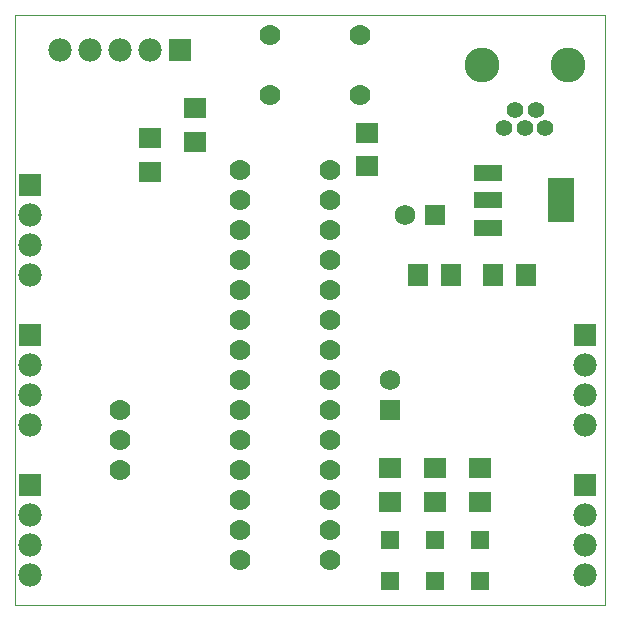
<source format=gts>
G75*
G70*
%OFA0B0*%
%FSLAX24Y24*%
%IPPOS*%
%LPD*%
%AMOC8*
5,1,8,0,0,1.08239X$1,22.5*
%
%ADD10C,0.0000*%
%ADD11R,0.0780X0.0780*%
%ADD12C,0.0780*%
%ADD13C,0.0700*%
%ADD14R,0.0920X0.0520*%
%ADD15R,0.0906X0.1457*%
%ADD16R,0.0631X0.0631*%
%ADD17R,0.0750X0.0670*%
%ADD18C,0.0555*%
%ADD19C,0.1162*%
%ADD20R,0.0670X0.0749*%
%ADD21R,0.0749X0.0670*%
%ADD22R,0.0690X0.0690*%
%ADD23C,0.0690*%
D10*
X001683Y001189D02*
X001683Y020874D01*
X021368Y020874D01*
X021368Y001189D01*
X001683Y001189D01*
D11*
X002183Y005189D03*
X002183Y010189D03*
X002183Y015189D03*
X007183Y019689D03*
X020683Y010189D03*
X020683Y005189D03*
D12*
X020683Y004189D03*
X020683Y003189D03*
X020683Y002189D03*
X020683Y007189D03*
X020683Y008189D03*
X020683Y009189D03*
X006183Y019689D03*
X005183Y019689D03*
X004183Y019689D03*
X003183Y019689D03*
X002183Y014189D03*
X002183Y013189D03*
X002183Y012189D03*
X002183Y009189D03*
X002183Y008189D03*
X002183Y007189D03*
X002183Y004189D03*
X002183Y003189D03*
X002183Y002189D03*
D13*
X005183Y005689D03*
X005183Y006689D03*
X005183Y007689D03*
X009183Y007689D03*
X009183Y006689D03*
X009183Y005689D03*
X009183Y004689D03*
X009183Y003689D03*
X009183Y002689D03*
X012183Y002689D03*
X012183Y003689D03*
X012183Y004689D03*
X012183Y005689D03*
X012183Y006689D03*
X012183Y007689D03*
X012183Y008689D03*
X012183Y009689D03*
X012183Y010689D03*
X012183Y011689D03*
X012183Y012689D03*
X012183Y013689D03*
X012183Y014689D03*
X012183Y015689D03*
X013183Y018189D03*
X013183Y020189D03*
X010183Y020189D03*
X010183Y018189D03*
X009183Y015689D03*
X009183Y014689D03*
X009183Y013689D03*
X009183Y012689D03*
X009183Y011689D03*
X009183Y010689D03*
X009183Y009689D03*
X009183Y008689D03*
D14*
X017463Y013779D03*
X017463Y014689D03*
X017463Y015599D03*
D15*
X019903Y014689D03*
D16*
X017183Y003378D03*
X017183Y002000D03*
X015683Y002000D03*
X015683Y003378D03*
X014183Y003378D03*
X014183Y002000D03*
D17*
X014183Y004629D03*
X014183Y005749D03*
X015683Y005749D03*
X015683Y004629D03*
X017183Y004629D03*
X017183Y005749D03*
X007683Y016629D03*
X007683Y017749D03*
X006183Y016749D03*
X006183Y015629D03*
D18*
X017983Y017089D03*
X018683Y017089D03*
X019353Y017089D03*
X019043Y017709D03*
X018353Y017709D03*
D19*
X017246Y019189D03*
X020120Y019189D03*
D20*
X018734Y012189D03*
X017632Y012189D03*
X016234Y012189D03*
X015132Y012189D03*
D21*
X013433Y015826D03*
X013433Y016928D03*
D22*
X015683Y014189D03*
X014183Y007689D03*
D23*
X014183Y008689D03*
X014683Y014189D03*
M02*

</source>
